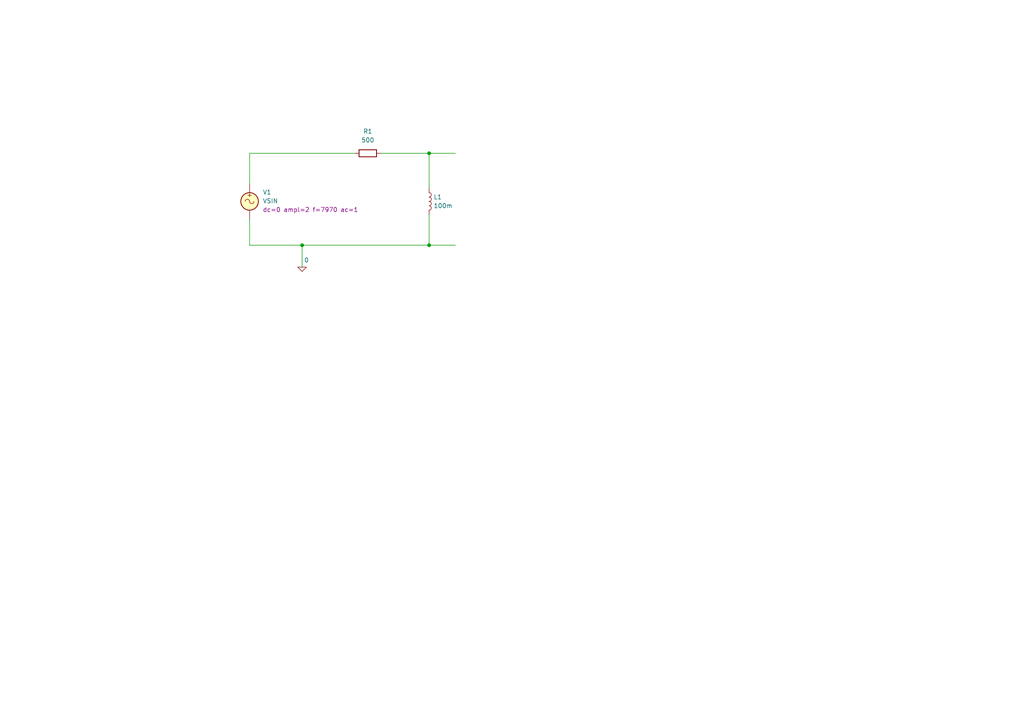
<source format=kicad_sch>
(kicad_sch (version 20250114) (generator "eeschema") (generator_version "9.0")
  (paper "A4")
  (lib_symbols
    (symbol "Device:L" (pin_numbers (hide yes)) (pin_names (offset 1.016) (hide yes))
      (property "Reference" "L" (at -1.27 0 90))
      (property "Value" "L" (at 1.905 0 90))
      (symbol "L_0_1"
        (arc (start 0 2.54) (mid 0.6323 1.905) (end 0 1.27))
        (arc (start 0 1.27) (mid 0.6323 0.635) (end 0 0))
        (arc (start 0 0) (mid 0.6323 -0.635) (end 0 -1.27))
        (arc (start 0 -1.27) (mid 0.6323 -1.905) (end 0 -2.54))
      )
      (symbol "L_1_1"
        (pin passive line (at 0 3.81 270) (length 1.27) (name "1") (number "1"))
        (pin passive line (at 0 -3.81 90) (length 1.27) (name "2") (number "2"))
      )
    )
    (symbol "Device:R" (pin_numbers (hide yes)) (pin_names (offset 0))
      (property "Reference" "R" (at 2.032 0 90))
      (property "Value" "R" (at 0 0 90))
      (symbol "R_0_1"
        (rectangle (start -1.016 -2.54) (end 1.016 2.54) (stroke (width 0.254)))
      )
      (symbol "R_1_1"
        (pin passive line (at 0 3.81 270) (length 1.27) (name "~") (number "1"))
        (pin passive line (at 0 -3.81 90) (length 1.27) (name "~") (number "2"))
      )
    )
    (symbol "Simulation_SPICE:0" (power) (pin_numbers (hide yes)) (pin_names (offset 0) (hide yes))
      (property "Value" "0" (at 0 -2.54 0))
      (symbol "0_0_1"
        (polyline (pts (xy -1.27 0) (xy 0 -1.27) (xy 1.27 0) (xy -1.27 0)))
      )
      (symbol "0_1_1"
        (pin power_in line (at 0 0 0) (length 0) (name "~") (number "1"))
      )
    )
    (symbol "Simulation_SPICE:VSIN" (pin_numbers (hide yes)) (pin_names (offset 0.0254))
      (property "Reference" "V" (at 2.54 2.54 0))
      (property "Value" "VSIN" (at 2.54 0 0))
      (property "Sim.Params" "dc=0 ampl=1 f=1k ac=1" (at 2.54 -2.54 0))
      (symbol "VSIN_0_0"
        (arc (start -1.27 0) (mid -0.635 0.6323) (end 0 0))
        (arc (start 1.27 0) (mid 0.635 -0.6323) (end 0 0))
        (text "+" (at 0 1.905 0) (effects (font (size 1.27 1.27))))
      )
      (symbol "VSIN_0_1"
        (circle (center 0 0) (radius 2.54) (stroke (width 0.254)) (fill (type background)))
      )
      (symbol "VSIN_1_1"
        (pin passive line (at 0 5.08 270) (length 2.54) (name "~") (number "1"))
        (pin passive line (at 0 -5.08 90) (length 2.54) (name "~") (number "2"))
      )
    )
  )
  (junction (at 124.46 44.45))
  (junction (at 87.63 71.12))
  (junction (at 124.46 71.12))
  (wire (pts (xy 72.39 53.34) (xy 72.39 44.45)))
  (wire (pts (xy 87.63 71.12) (xy 87.63 77.47)))
  (wire (pts (xy 72.39 71.12) (xy 72.39 63.5)))
  (wire (pts (xy 110.49 44.45) (xy 124.46 44.45)))
  (wire (pts (xy 87.63 71.12) (xy 72.39 71.12)))
  (wire (pts (xy 124.46 44.45) (xy 124.46 54.61)))
  (wire (pts (xy 124.46 71.12) (xy 132.08 71.12)))
  (wire (pts (xy 72.39 44.45) (xy 102.87 44.45)))
  (wire (pts (xy 124.46 44.45) (xy 132.08 44.45)))
  (wire (pts (xy 124.46 62.23) (xy 124.46 71.12)))
  (wire (pts (xy 124.46 71.12) (xy 87.63 71.12)))
  (symbol (lib_id "Simulation_SPICE:0") (at 87.63 77.47 0) (unit 1)
    (property "Reference" "#GND01" (effects (hide yes)))
    (property "Value" "0" (at 88.9 75.438 0))
    (property "Datasheet" "https://ngspice.sourceforge.io/docs/ngspice-html-manual/manual.xhtml#subsec_Circuit_elements__device" (effects (hide yes)))
    (property "Description" "0V reference potential for simulation" (effects (hide yes)))
  )
  (symbol (lib_id "Device:L") (at 124.46 58.42 0) (unit 1)
    (property "Reference" "L1" (at 125.73 57.1499 0) (effects (justify left)))
    (property "Value" "100m" (at 125.73 59.6899 0) (effects (justify left)))
    (property "Description" "Inductor" (effects (hide yes)))
  )
  (symbol (lib_id "Simulation_SPICE:VSIN") (at 72.39 58.42 0) (unit 1)
    (property "Reference" "V1" (at 76.2 55.7501 0) (effects (justify left)))
    (property "Value" "VSIN" (at 76.2 58.2901 0) (effects (justify left)))
    (property "Datasheet" "https://ngspice.sourceforge.io/docs/ngspice-html-manual/manual.xhtml#sec_Independent_Sources_for" (effects (hide yes)))
    (property "Description" "Voltage source, sinusoidal" (effects (hide yes)))
    (property "Sim.Pins" "1=+ 2=-" (effects (hide yes)))
    (property "Sim.Params" "dc=0 ampl=2 f=7970 ac=1" (at 76.2 60.8301 0) (effects (justify left)))
    (property "Sim.Type" "SIN" (effects (hide yes)))
    (property "Sim.Device" "V" (effects (hide yes)))
  )
  (symbol (lib_id "Device:R") (at 106.68 44.45 270) (unit 1)
    (property "Reference" "R1" (at 106.68 38.1 90))
    (property "Value" "500" (at 106.68 40.64 90))
    (property "Description" "Resistor" (effects (hide yes)))
  )
)
</source>
